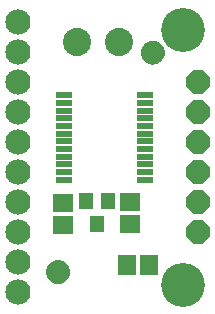
<source format=gbr>
G04 EAGLE Gerber RS-274X export*
G75*
%MOMM*%
%FSLAX34Y34*%
%LPD*%
%INSoldermask Top*%
%IPPOS*%
%AMOC8*
5,1,8,0,0,1.08239X$1,22.5*%
G01*
%ADD10R,1.403200X0.603200*%
%ADD11C,2.387600*%
%ADD12R,1.203200X1.403200*%
%ADD13R,1.703200X1.503200*%
%ADD14C,1.203200*%
%ADD15C,0.500000*%
%ADD16C,3.719200*%
%ADD17C,2.133600*%
%ADD18P,2.144431X8X202.500000*%
%ADD19R,1.503200X1.703200*%


D10*
X133260Y114110D03*
X133260Y120610D03*
X133260Y127110D03*
X133260Y133610D03*
X133260Y140110D03*
X133260Y146610D03*
X133260Y153110D03*
X133260Y159610D03*
X133260Y166110D03*
X133260Y172610D03*
X133260Y179110D03*
X133260Y185610D03*
X64860Y185610D03*
X64860Y179110D03*
X64860Y172610D03*
X64860Y166110D03*
X64860Y159610D03*
X64860Y153110D03*
X64860Y146610D03*
X64860Y140110D03*
X64860Y133610D03*
X64860Y127110D03*
X64860Y120610D03*
X64860Y114110D03*
D11*
X75980Y231140D03*
X110980Y231140D03*
D12*
X92470Y76360D03*
X82970Y96360D03*
X101970Y96360D03*
D13*
X120650Y95620D03*
X120650Y76620D03*
D14*
X59500Y35950D03*
D15*
X59500Y43450D02*
X59319Y43448D01*
X59138Y43441D01*
X58957Y43430D01*
X58776Y43415D01*
X58596Y43395D01*
X58416Y43371D01*
X58237Y43343D01*
X58059Y43310D01*
X57882Y43273D01*
X57705Y43232D01*
X57530Y43187D01*
X57355Y43137D01*
X57182Y43083D01*
X57011Y43025D01*
X56840Y42963D01*
X56672Y42896D01*
X56505Y42826D01*
X56339Y42752D01*
X56176Y42673D01*
X56015Y42591D01*
X55855Y42505D01*
X55698Y42415D01*
X55543Y42321D01*
X55390Y42224D01*
X55240Y42122D01*
X55092Y42018D01*
X54946Y41909D01*
X54804Y41798D01*
X54664Y41682D01*
X54527Y41564D01*
X54392Y41442D01*
X54261Y41317D01*
X54133Y41189D01*
X54008Y41058D01*
X53886Y40923D01*
X53768Y40786D01*
X53652Y40646D01*
X53541Y40504D01*
X53432Y40358D01*
X53328Y40210D01*
X53226Y40060D01*
X53129Y39907D01*
X53035Y39752D01*
X52945Y39595D01*
X52859Y39435D01*
X52777Y39274D01*
X52698Y39111D01*
X52624Y38945D01*
X52554Y38778D01*
X52487Y38610D01*
X52425Y38439D01*
X52367Y38268D01*
X52313Y38095D01*
X52263Y37920D01*
X52218Y37745D01*
X52177Y37568D01*
X52140Y37391D01*
X52107Y37213D01*
X52079Y37034D01*
X52055Y36854D01*
X52035Y36674D01*
X52020Y36493D01*
X52009Y36312D01*
X52002Y36131D01*
X52000Y35950D01*
X59500Y43450D02*
X59681Y43448D01*
X59862Y43441D01*
X60043Y43430D01*
X60224Y43415D01*
X60404Y43395D01*
X60584Y43371D01*
X60763Y43343D01*
X60941Y43310D01*
X61118Y43273D01*
X61295Y43232D01*
X61470Y43187D01*
X61645Y43137D01*
X61818Y43083D01*
X61989Y43025D01*
X62160Y42963D01*
X62328Y42896D01*
X62495Y42826D01*
X62661Y42752D01*
X62824Y42673D01*
X62985Y42591D01*
X63145Y42505D01*
X63302Y42415D01*
X63457Y42321D01*
X63610Y42224D01*
X63760Y42122D01*
X63908Y42018D01*
X64054Y41909D01*
X64196Y41798D01*
X64336Y41682D01*
X64473Y41564D01*
X64608Y41442D01*
X64739Y41317D01*
X64867Y41189D01*
X64992Y41058D01*
X65114Y40923D01*
X65232Y40786D01*
X65348Y40646D01*
X65459Y40504D01*
X65568Y40358D01*
X65672Y40210D01*
X65774Y40060D01*
X65871Y39907D01*
X65965Y39752D01*
X66055Y39595D01*
X66141Y39435D01*
X66223Y39274D01*
X66302Y39111D01*
X66376Y38945D01*
X66446Y38778D01*
X66513Y38610D01*
X66575Y38439D01*
X66633Y38268D01*
X66687Y38095D01*
X66737Y37920D01*
X66782Y37745D01*
X66823Y37568D01*
X66860Y37391D01*
X66893Y37213D01*
X66921Y37034D01*
X66945Y36854D01*
X66965Y36674D01*
X66980Y36493D01*
X66991Y36312D01*
X66998Y36131D01*
X67000Y35950D01*
X66998Y35769D01*
X66991Y35588D01*
X66980Y35407D01*
X66965Y35226D01*
X66945Y35046D01*
X66921Y34866D01*
X66893Y34687D01*
X66860Y34509D01*
X66823Y34332D01*
X66782Y34155D01*
X66737Y33980D01*
X66687Y33805D01*
X66633Y33632D01*
X66575Y33461D01*
X66513Y33290D01*
X66446Y33122D01*
X66376Y32955D01*
X66302Y32789D01*
X66223Y32626D01*
X66141Y32465D01*
X66055Y32305D01*
X65965Y32148D01*
X65871Y31993D01*
X65774Y31840D01*
X65672Y31690D01*
X65568Y31542D01*
X65459Y31396D01*
X65348Y31254D01*
X65232Y31114D01*
X65114Y30977D01*
X64992Y30842D01*
X64867Y30711D01*
X64739Y30583D01*
X64608Y30458D01*
X64473Y30336D01*
X64336Y30218D01*
X64196Y30102D01*
X64054Y29991D01*
X63908Y29882D01*
X63760Y29778D01*
X63610Y29676D01*
X63457Y29579D01*
X63302Y29485D01*
X63145Y29395D01*
X62985Y29309D01*
X62824Y29227D01*
X62661Y29148D01*
X62495Y29074D01*
X62328Y29004D01*
X62160Y28937D01*
X61989Y28875D01*
X61818Y28817D01*
X61645Y28763D01*
X61470Y28713D01*
X61295Y28668D01*
X61118Y28627D01*
X60941Y28590D01*
X60763Y28557D01*
X60584Y28529D01*
X60404Y28505D01*
X60224Y28485D01*
X60043Y28470D01*
X59862Y28459D01*
X59681Y28452D01*
X59500Y28450D01*
X59319Y28452D01*
X59138Y28459D01*
X58957Y28470D01*
X58776Y28485D01*
X58596Y28505D01*
X58416Y28529D01*
X58237Y28557D01*
X58059Y28590D01*
X57882Y28627D01*
X57705Y28668D01*
X57530Y28713D01*
X57355Y28763D01*
X57182Y28817D01*
X57011Y28875D01*
X56840Y28937D01*
X56672Y29004D01*
X56505Y29074D01*
X56339Y29148D01*
X56176Y29227D01*
X56015Y29309D01*
X55855Y29395D01*
X55698Y29485D01*
X55543Y29579D01*
X55390Y29676D01*
X55240Y29778D01*
X55092Y29882D01*
X54946Y29991D01*
X54804Y30102D01*
X54664Y30218D01*
X54527Y30336D01*
X54392Y30458D01*
X54261Y30583D01*
X54133Y30711D01*
X54008Y30842D01*
X53886Y30977D01*
X53768Y31114D01*
X53652Y31254D01*
X53541Y31396D01*
X53432Y31542D01*
X53328Y31690D01*
X53226Y31840D01*
X53129Y31993D01*
X53035Y32148D01*
X52945Y32305D01*
X52859Y32465D01*
X52777Y32626D01*
X52698Y32789D01*
X52624Y32955D01*
X52554Y33122D01*
X52487Y33290D01*
X52425Y33461D01*
X52367Y33632D01*
X52313Y33805D01*
X52263Y33980D01*
X52218Y34155D01*
X52177Y34332D01*
X52140Y34509D01*
X52107Y34687D01*
X52079Y34866D01*
X52055Y35046D01*
X52035Y35226D01*
X52020Y35407D01*
X52009Y35588D01*
X52002Y35769D01*
X52000Y35950D01*
D14*
X139810Y221740D03*
D15*
X139810Y229240D02*
X139629Y229238D01*
X139448Y229231D01*
X139267Y229220D01*
X139086Y229205D01*
X138906Y229185D01*
X138726Y229161D01*
X138547Y229133D01*
X138369Y229100D01*
X138192Y229063D01*
X138015Y229022D01*
X137840Y228977D01*
X137665Y228927D01*
X137492Y228873D01*
X137321Y228815D01*
X137150Y228753D01*
X136982Y228686D01*
X136815Y228616D01*
X136649Y228542D01*
X136486Y228463D01*
X136325Y228381D01*
X136165Y228295D01*
X136008Y228205D01*
X135853Y228111D01*
X135700Y228014D01*
X135550Y227912D01*
X135402Y227808D01*
X135256Y227699D01*
X135114Y227588D01*
X134974Y227472D01*
X134837Y227354D01*
X134702Y227232D01*
X134571Y227107D01*
X134443Y226979D01*
X134318Y226848D01*
X134196Y226713D01*
X134078Y226576D01*
X133962Y226436D01*
X133851Y226294D01*
X133742Y226148D01*
X133638Y226000D01*
X133536Y225850D01*
X133439Y225697D01*
X133345Y225542D01*
X133255Y225385D01*
X133169Y225225D01*
X133087Y225064D01*
X133008Y224901D01*
X132934Y224735D01*
X132864Y224568D01*
X132797Y224400D01*
X132735Y224229D01*
X132677Y224058D01*
X132623Y223885D01*
X132573Y223710D01*
X132528Y223535D01*
X132487Y223358D01*
X132450Y223181D01*
X132417Y223003D01*
X132389Y222824D01*
X132365Y222644D01*
X132345Y222464D01*
X132330Y222283D01*
X132319Y222102D01*
X132312Y221921D01*
X132310Y221740D01*
X139810Y229240D02*
X139991Y229238D01*
X140172Y229231D01*
X140353Y229220D01*
X140534Y229205D01*
X140714Y229185D01*
X140894Y229161D01*
X141073Y229133D01*
X141251Y229100D01*
X141428Y229063D01*
X141605Y229022D01*
X141780Y228977D01*
X141955Y228927D01*
X142128Y228873D01*
X142299Y228815D01*
X142470Y228753D01*
X142638Y228686D01*
X142805Y228616D01*
X142971Y228542D01*
X143134Y228463D01*
X143295Y228381D01*
X143455Y228295D01*
X143612Y228205D01*
X143767Y228111D01*
X143920Y228014D01*
X144070Y227912D01*
X144218Y227808D01*
X144364Y227699D01*
X144506Y227588D01*
X144646Y227472D01*
X144783Y227354D01*
X144918Y227232D01*
X145049Y227107D01*
X145177Y226979D01*
X145302Y226848D01*
X145424Y226713D01*
X145542Y226576D01*
X145658Y226436D01*
X145769Y226294D01*
X145878Y226148D01*
X145982Y226000D01*
X146084Y225850D01*
X146181Y225697D01*
X146275Y225542D01*
X146365Y225385D01*
X146451Y225225D01*
X146533Y225064D01*
X146612Y224901D01*
X146686Y224735D01*
X146756Y224568D01*
X146823Y224400D01*
X146885Y224229D01*
X146943Y224058D01*
X146997Y223885D01*
X147047Y223710D01*
X147092Y223535D01*
X147133Y223358D01*
X147170Y223181D01*
X147203Y223003D01*
X147231Y222824D01*
X147255Y222644D01*
X147275Y222464D01*
X147290Y222283D01*
X147301Y222102D01*
X147308Y221921D01*
X147310Y221740D01*
X147308Y221559D01*
X147301Y221378D01*
X147290Y221197D01*
X147275Y221016D01*
X147255Y220836D01*
X147231Y220656D01*
X147203Y220477D01*
X147170Y220299D01*
X147133Y220122D01*
X147092Y219945D01*
X147047Y219770D01*
X146997Y219595D01*
X146943Y219422D01*
X146885Y219251D01*
X146823Y219080D01*
X146756Y218912D01*
X146686Y218745D01*
X146612Y218579D01*
X146533Y218416D01*
X146451Y218255D01*
X146365Y218095D01*
X146275Y217938D01*
X146181Y217783D01*
X146084Y217630D01*
X145982Y217480D01*
X145878Y217332D01*
X145769Y217186D01*
X145658Y217044D01*
X145542Y216904D01*
X145424Y216767D01*
X145302Y216632D01*
X145177Y216501D01*
X145049Y216373D01*
X144918Y216248D01*
X144783Y216126D01*
X144646Y216008D01*
X144506Y215892D01*
X144364Y215781D01*
X144218Y215672D01*
X144070Y215568D01*
X143920Y215466D01*
X143767Y215369D01*
X143612Y215275D01*
X143455Y215185D01*
X143295Y215099D01*
X143134Y215017D01*
X142971Y214938D01*
X142805Y214864D01*
X142638Y214794D01*
X142470Y214727D01*
X142299Y214665D01*
X142128Y214607D01*
X141955Y214553D01*
X141780Y214503D01*
X141605Y214458D01*
X141428Y214417D01*
X141251Y214380D01*
X141073Y214347D01*
X140894Y214319D01*
X140714Y214295D01*
X140534Y214275D01*
X140353Y214260D01*
X140172Y214249D01*
X139991Y214242D01*
X139810Y214240D01*
X139629Y214242D01*
X139448Y214249D01*
X139267Y214260D01*
X139086Y214275D01*
X138906Y214295D01*
X138726Y214319D01*
X138547Y214347D01*
X138369Y214380D01*
X138192Y214417D01*
X138015Y214458D01*
X137840Y214503D01*
X137665Y214553D01*
X137492Y214607D01*
X137321Y214665D01*
X137150Y214727D01*
X136982Y214794D01*
X136815Y214864D01*
X136649Y214938D01*
X136486Y215017D01*
X136325Y215099D01*
X136165Y215185D01*
X136008Y215275D01*
X135853Y215369D01*
X135700Y215466D01*
X135550Y215568D01*
X135402Y215672D01*
X135256Y215781D01*
X135114Y215892D01*
X134974Y216008D01*
X134837Y216126D01*
X134702Y216248D01*
X134571Y216373D01*
X134443Y216501D01*
X134318Y216632D01*
X134196Y216767D01*
X134078Y216904D01*
X133962Y217044D01*
X133851Y217186D01*
X133742Y217332D01*
X133638Y217480D01*
X133536Y217630D01*
X133439Y217783D01*
X133345Y217938D01*
X133255Y218095D01*
X133169Y218255D01*
X133087Y218416D01*
X133008Y218579D01*
X132934Y218745D01*
X132864Y218912D01*
X132797Y219080D01*
X132735Y219251D01*
X132677Y219422D01*
X132623Y219595D01*
X132573Y219770D01*
X132528Y219945D01*
X132487Y220122D01*
X132450Y220299D01*
X132417Y220477D01*
X132389Y220656D01*
X132365Y220836D01*
X132345Y221016D01*
X132330Y221197D01*
X132319Y221378D01*
X132312Y221559D01*
X132310Y221740D01*
D16*
X165100Y241300D03*
X165100Y25400D03*
D17*
X25400Y247650D03*
X25400Y222250D03*
X25400Y196850D03*
X25400Y171450D03*
X25400Y146050D03*
X25400Y120650D03*
X25400Y95250D03*
X25400Y69850D03*
X25400Y44450D03*
X25400Y19050D03*
D18*
X177800Y69850D03*
X177800Y95250D03*
X177800Y120650D03*
X177800Y146050D03*
X177800Y171450D03*
X177800Y196850D03*
D13*
X63500Y94590D03*
X63500Y75590D03*
D19*
X117500Y41910D03*
X136500Y41910D03*
M02*

</source>
